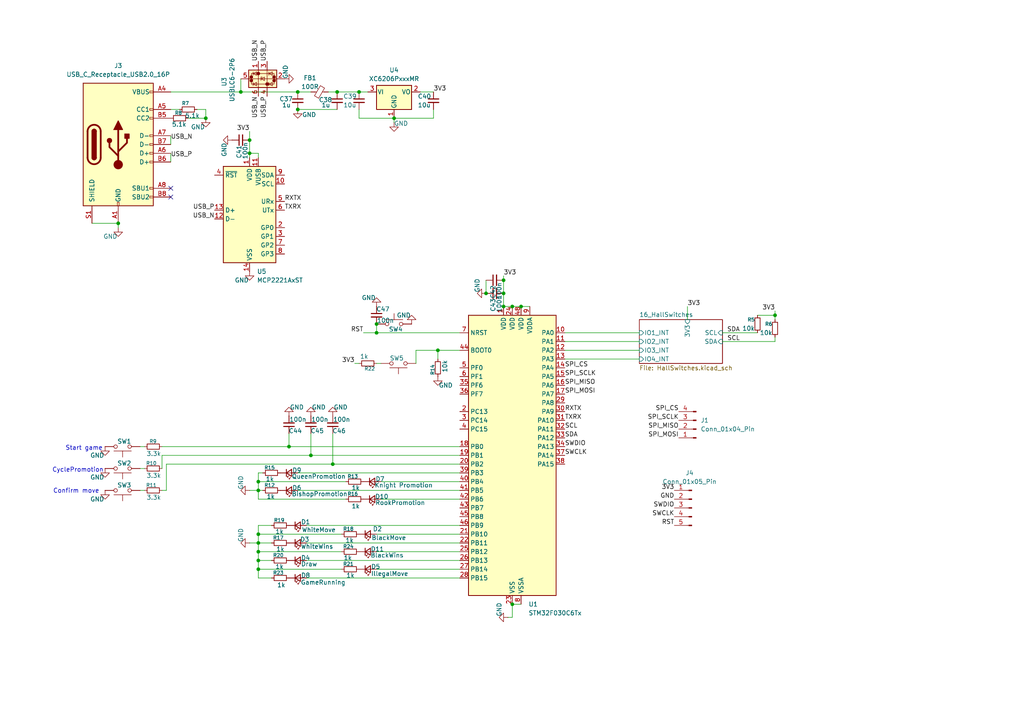
<source format=kicad_sch>
(kicad_sch (version 20250114) (generator "eeschema") (generator_version "9.0")
  (paper "A4")
  (lib_symbols
    (symbol "Connector:Conn_01x04_Pin" (pin_names (offset 1.016) (hide yes))
      (property "Reference" "J" (at 0 5.08 0))
      (property "Value" "Conn_01x04_Pin" (at 0 -7.62 0))
      (symbol "Conn_01x04_Pin_1_1"
        (rectangle (start 0.8636 2.667) (end 0 2.413) (stroke (width 0.1524)) (fill (type outline)))
        (rectangle (start 0.8636 0.127) (end 0 -0.127) (stroke (width 0.1524)) (fill (type outline)))
        (rectangle (start 0.8636 -2.413) (end 0 -2.667) (stroke (width 0.1524)) (fill (type outline)))
        (rectangle (start 0.8636 -4.953) (end 0 -5.207) (stroke (width 0.1524)) (fill (type outline)))
        (polyline (pts (xy 1.27 2.54) (xy 0.8636 2.54)) (stroke (width 0.1524)))
        (polyline (pts (xy 1.27 0) (xy 0.8636 0)) (stroke (width 0.1524)))
        (polyline (pts (xy 1.27 -2.54) (xy 0.8636 -2.54)) (stroke (width 0.1524)))
        (polyline (pts (xy 1.27 -5.08) (xy 0.8636 -5.08)) (stroke (width 0.1524)))
        (pin passive line (at 5.08 2.54 180) (length 3.81) (name "Pin_1") (number "1"))
        (pin passive line (at 5.08 0 180) (length 3.81) (name "Pin_2") (number "2"))
        (pin passive line (at 5.08 -2.54 180) (length 3.81) (name "Pin_3") (number "3"))
        (pin passive line (at 5.08 -5.08 180) (length 3.81) (name "Pin_4") (number "4"))
      )
    )
    (symbol "Connector:Conn_01x05_Pin" (pin_names (offset 1.016) (hide yes))
      (property "Reference" "J" (at 0 7.62 0))
      (property "Value" "Conn_01x05_Pin" (at 0 -7.62 0))
      (symbol "Conn_01x05_Pin_1_1"
        (rectangle (start 0.8636 5.207) (end 0 4.953) (stroke (width 0.1524)) (fill (type outline)))
        (rectangle (start 0.8636 2.667) (end 0 2.413) (stroke (width 0.1524)) (fill (type outline)))
        (rectangle (start 0.8636 0.127) (end 0 -0.127) (stroke (width 0.1524)) (fill (type outline)))
        (rectangle (start 0.8636 -2.413) (end 0 -2.667) (stroke (width 0.1524)) (fill (type outline)))
        (rectangle (start 0.8636 -4.953) (end 0 -5.207) (stroke (width 0.1524)) (fill (type outline)))
        (polyline (pts (xy 1.27 5.08) (xy 0.8636 5.08)) (stroke (width 0.1524)))
        (polyline (pts (xy 1.27 2.54) (xy 0.8636 2.54)) (stroke (width 0.1524)))
        (polyline (pts (xy 1.27 0) (xy 0.8636 0)) (stroke (width 0.1524)))
        (polyline (pts (xy 1.27 -2.54) (xy 0.8636 -2.54)) (stroke (width 0.1524)))
        (polyline (pts (xy 1.27 -5.08) (xy 0.8636 -5.08)) (stroke (width 0.1524)))
        (pin passive line (at 5.08 5.08 180) (length 3.81) (name "Pin_1") (number "1"))
        (pin passive line (at 5.08 2.54 180) (length 3.81) (name "Pin_2") (number "2"))
        (pin passive line (at 5.08 0 180) (length 3.81) (name "Pin_3") (number "3"))
        (pin passive line (at 5.08 -2.54 180) (length 3.81) (name "Pin_4") (number "4"))
        (pin passive line (at 5.08 -5.08 180) (length 3.81) (name "Pin_5") (number "5"))
      )
    )
    (symbol "Connector:USB_C_Receptacle_USB2.0_16P" (pin_names (offset 1.016))
      (property "Reference" "J" (at 0 22.225 0))
      (property "Value" "USB_C_Receptacle_USB2.0_16P" (at 0 19.685 0))
      (symbol "USB_C_Receptacle_USB2.0_16P_0_0"
        (rectangle (start -0.254 -17.78) (end 0.254 -16.764))
        (rectangle (start 10.16 15.494) (end 9.144 14.986))
        (rectangle (start 10.16 10.414) (end 9.144 9.906))
        (rectangle (start 10.16 7.874) (end 9.144 7.366))
        (rectangle (start 10.16 2.794) (end 9.144 2.286))
        (rectangle (start 10.16 0.254) (end 9.144 -0.254))
        (rectangle (start 10.16 -2.286) (end 9.144 -2.794))
        (rectangle (start 10.16 -4.826) (end 9.144 -5.334))
        (rectangle (start 10.16 -12.446) (end 9.144 -12.954))
        (rectangle (start 10.16 -14.986) (end 9.144 -15.494))
      )
      (symbol "USB_C_Receptacle_USB2.0_16P_0_1"
        (rectangle (start -10.16 17.78) (end 10.16 -17.78) (stroke (width 0.254)) (fill (type background)))
        (polyline (pts (xy -8.89 -3.81) (xy -8.89 3.81)) (stroke (width 0.508)))
        (rectangle (start -7.62 -3.81) (end -6.35 3.81) (stroke (width 0.254)) (fill (type outline)))
        (arc (start -7.62 3.81) (mid -6.985 4.4423) (end -6.35 3.81) (stroke (width 0.254)))
        (arc (start -7.62 3.81) (mid -6.985 4.4423) (end -6.35 3.81) (stroke (width 0.254)) (fill (type outline)))
        (arc (start -8.89 3.81) (mid -6.985 5.7067) (end -5.08 3.81) (stroke (width 0.508)))
        (arc (start -5.08 -3.81) (mid -6.985 -5.7067) (end -8.89 -3.81) (stroke (width 0.508)))
        (arc (start -6.35 -3.81) (mid -6.985 -4.4423) (end -7.62 -3.81) (stroke (width 0.254)))
        (arc (start -6.35 -3.81) (mid -6.985 -4.4423) (end -7.62 -3.81) (stroke (width 0.254)) (fill (type outline)))
        (polyline (pts (xy -5.08 3.81) (xy -5.08 -3.81)) (stroke (width 0.508)))
        (circle (center -2.54 1.143) (radius 0.635) (stroke (width 0.254)) (fill (type outline)))
        (polyline (pts (xy -1.27 4.318) (xy 0 6.858) (xy 1.27 4.318) (xy -1.27 4.318)) (stroke (width 0.254)) (fill (type outline)))
        (polyline (pts (xy 0 -2.032) (xy 2.54 0.508) (xy 2.54 1.778)) (stroke (width 0.508)))
        (polyline (pts (xy 0 -3.302) (xy -2.54 -0.762) (xy -2.54 0.508)) (stroke (width 0.508)))
        (polyline (pts (xy 0 -5.842) (xy 0 4.318)) (stroke (width 0.508)))
        (circle (center 0 -5.842) (radius 1.27) (fill (type outline)))
        (rectangle (start 1.905 1.778) (end 3.175 3.048) (stroke (width 0.254)) (fill (type outline)))
      )
      (symbol "USB_C_Receptacle_USB2.0_16P_1_1"
        (pin passive line (at -7.62 -22.86 90) (length 5.08) (name "SHIELD") (number "S1"))
        (pin passive line (at 0 -22.86 90) (length 5.08) (name "GND") (number "A1"))
        (pin passive line (at 0 -22.86 90) (length 5.08) (hide yes) (name "GND") (number "A12"))
        (pin passive line (at 0 -22.86 90) (length 5.08) (hide yes) (name "GND") (number "B1"))
        (pin passive line (at 0 -22.86 90) (length 5.08) (hide yes) (name "GND") (number "B12"))
        (pin passive line (at 15.24 15.24 180) (length 5.08) (name "VBUS") (number "A4"))
        (pin passive line (at 15.24 15.24 180) (length 5.08) (hide yes) (name "VBUS") (number "A9"))
        (pin passive line (at 15.24 15.24 180) (length 5.08) (hide yes) (name "VBUS") (number "B4"))
        (pin passive line (at 15.24 15.24 180) (length 5.08) (hide yes) (name "VBUS") (number "B9"))
        (pin bidirectional line (at 15.24 10.16 180) (length 5.08) (name "CC1") (number "A5"))
        (pin bidirectional line (at 15.24 7.62 180) (length 5.08) (name "CC2") (number "B5"))
        (pin bidirectional line (at 15.24 2.54 180) (length 5.08) (name "D-") (number "A7"))
        (pin bidirectional line (at 15.24 0 180) (length 5.08) (name "D-") (number "B7"))
        (pin bidirectional line (at 15.24 -2.54 180) (length 5.08) (name "D+") (number "A6"))
        (pin bidirectional line (at 15.24 -5.08 180) (length 5.08) (name "D+") (number "B6"))
        (pin bidirectional line (at 15.24 -12.7 180) (length 5.08) (name "SBU1") (number "A8"))
        (pin bidirectional line (at 15.24 -15.24 180) (length 5.08) (name "SBU2") (number "B8"))
      )
    )
    (symbol "Device:C_Small" (pin_numbers (hide yes)) (pin_names (offset 0.254) (hide yes))
      (property "Reference" "C" (at 0.254 1.778 0))
      (property "Value" "C_Small" (at 0.254 -2.032 0))
      (symbol "C_Small_0_1"
        (polyline (pts (xy -1.524 0.508) (xy 1.524 0.508)) (stroke (width 0.3048)))
        (polyline (pts (xy -1.524 -0.508) (xy 1.524 -0.508)) (stroke (width 0.3302)))
      )
      (symbol "C_Small_1_1"
        (pin passive line (at 0 2.54 270) (length 2.032) (name "~") (number "1"))
        (pin passive line (at 0 -2.54 90) (length 2.032) (name "~") (number "2"))
      )
    )
    (symbol "Device:FerriteBead_Small" (pin_numbers (hide yes)) (pin_names (offset 0))
      (property "Reference" "FB" (at 1.905 1.27 0))
      (property "Value" "FerriteBead_Small" (at 1.905 -1.27 0))
      (symbol "FerriteBead_Small_0_1"
        (polyline (pts (xy -1.8288 0.2794) (xy -1.1176 1.4986) (xy 1.8288 -0.2032) (xy 1.1176 -1.4224) (xy -1.8288 0.2794)))
        (polyline (pts (xy 0 0.889) (xy 0 1.2954)))
        (polyline (pts (xy 0 -1.27) (xy 0 -0.7874)))
      )
      (symbol "FerriteBead_Small_1_1"
        (pin passive line (at 0 2.54 270) (length 1.27) (name "~") (number "1"))
        (pin passive line (at 0 -2.54 90) (length 1.27) (name "~") (number "2"))
      )
    )
    (symbol "Device:LED_Small" (pin_numbers (hide yes)) (pin_names (offset 0.254) (hide yes))
      (property "Reference" "D" (at -1.27 3.175 0))
      (property "Value" "LED_Small" (at -4.445 -2.54 0))
      (symbol "LED_Small_0_1"
        (polyline (pts (xy -0.762 -1.016) (xy -0.762 1.016)) (stroke (width 0.254)))
        (polyline (pts (xy 0 0.762) (xy -0.508 1.27) (xy -0.254 1.27) (xy -0.508 1.27) (xy -0.508 1.016)))
        (polyline (pts (xy 0.508 1.27) (xy 0 1.778) (xy 0.254 1.778) (xy 0 1.778) (xy 0 1.524)))
        (polyline (pts (xy 0.762 -1.016) (xy -0.762 0) (xy 0.762 1.016) (xy 0.762 -1.016)) (stroke (width 0.254)))
        (polyline (pts (xy 1.016 0) (xy -0.762 0)))
      )
      (symbol "LED_Small_1_1"
        (pin passive line (at -2.54 0 0) (length 1.778) (name "K") (number "1"))
        (pin passive line (at 2.54 0 180) (length 1.778) (name "A") (number "2"))
      )
    )
    (symbol "Device:R_Small" (pin_numbers (hide yes)) (pin_names (offset 0.254) (hide yes))
      (property "Reference" "R" (at 0 0 90))
      (property "Value" "R_Small" (at 1.778 0 90))
      (symbol "R_Small_0_1"
        (rectangle (start -0.762 1.778) (end 0.762 -1.778) (stroke (width 0.2032)))
      )
      (symbol "R_Small_1_1"
        (pin passive line (at 0 2.54 270) (length 0.762) (name "~") (number "1"))
        (pin passive line (at 0 -2.54 90) (length 0.762) (name "~") (number "2"))
      )
    )
    (symbol "Interface_USB:MCP2221AxST"
      (property "Reference" "U" (at -7.62 16.51 0))
      (property "Value" "MCP2221AxST" (at 12.7 16.51 0))
      (symbol "MCP2221AxST_0_1"
        (rectangle (start -7.62 15.24) (end 7.62 -12.7) (stroke (width 0.254)) (fill (type background)))
      )
      (symbol "MCP2221AxST_1_1"
        (pin input line (at -10.16 12.7 0) (length 2.54) (name "~{RST}") (number "4"))
        (pin bidirectional line (at -10.16 2.54 0) (length 2.54) (name "D+") (number "13"))
        (pin bidirectional line (at -10.16 0 0) (length 2.54) (name "D-") (number "12"))
        (pin power_in line (at 0 17.78 270) (length 2.54) (name "VDD") (number "1"))
        (pin power_in line (at 0 -15.24 90) (length 2.54) (name "VSS") (number "14"))
        (pin passive line (at 2.54 17.78 270) (length 2.54) (name "VUSB") (number "11"))
        (pin bidirectional line (at 10.16 12.7 180) (length 2.54) (name "SDA") (number "9"))
        (pin bidirectional line (at 10.16 10.16 180) (length 2.54) (name "SCL") (number "10"))
        (pin input line (at 10.16 5.08 180) (length 2.54) (name "URx") (number "5"))
        (pin output line (at 10.16 2.54 180) (length 2.54) (name "UTx") (number "6"))
        (pin bidirectional line (at 10.16 -2.54 180) (length 2.54) (name "GP0") (number "2"))
        (pin bidirectional line (at 10.16 -5.08 180) (length 2.54) (name "GP1") (number "3"))
        (pin bidirectional line (at 10.16 -7.62 180) (length 2.54) (name "GP2") (number "7"))
        (pin bidirectional line (at 10.16 -10.16 180) (length 2.54) (name "GP3") (number "8"))
      )
    )
    (symbol "MCU_ST_STM32F0:STM32F030C6Tx"
      (property "Reference" "U" (at -12.7 41.91 0))
      (property "Value" "STM32F030C6Tx" (at 7.62 41.91 0))
      (symbol "STM32F030C6Tx_0_1"
        (rectangle (start -12.7 -40.64) (end 12.7 40.64) (stroke (width 0.254)) (fill (type background)))
      )
      (symbol "STM32F030C6Tx_1_1"
        (pin input line (at -15.24 35.56 0) (length 2.54) (name "NRST") (number "7"))
        (pin input line (at -15.24 30.48 0) (length 2.54) (name "BOOT0") (number "44"))
        (pin bidirectional line (at -15.24 25.4 0) (length 2.54) (name "PF0") (number "5"))
        (pin bidirectional line (at -15.24 22.86 0) (length 2.54) (name "PF1") (number "6"))
        (pin bidirectional line (at -15.24 20.32 0) (length 2.54) (name "PF6") (number "35"))
        (pin bidirectional line (at -15.24 17.78 0) (length 2.54) (name "PF7") (number "36"))
        (pin bidirectional line (at -15.24 12.7 0) (length 2.54) (name "PC13") (number "2"))
        (pin bidirectional line (at -15.24 10.16 0) (length 2.54) (name "PC14") (number "3"))
        (pin bidirectional line (at -15.24 7.62 0) (length 2.54) (name "PC15") (number "4"))
        (pin bidirectional line (at -15.24 2.54 0) (length 2.54) (name "PB0") (number "18"))
        (pin bidirectional line (at -15.24 0 0) (length 2.54) (name "PB1") (number "19"))
        (pin bidirectional line (at -15.24 -2.54 0) (length 2.54) (name "PB2") (number "20"))
        (pin bidirectional line (at -15.24 -5.08 0) (length 2.54) (name "PB3") (number "39"))
        (pin bidirectional line (at -15.24 -7.62 0) (length 2.54) (name "PB4") (number "40"))
        (pin bidirectional line (at -15.24 -10.16 0) (length 2.54) (name "PB5") (number "41"))
        (pin bidirectional line (at -15.24 -12.7 0) (length 2.54) (name "PB6") (number "42"))
        (pin bidirectional line (at -15.24 -15.24 0) (length 2.54) (name "PB7") (number "43"))
        (pin bidirectional line (at -15.24 -17.78 0) (length 2.54) (name "PB8") (number "45"))
        (pin bidirectional line (at -15.24 -20.32 0) (length 2.54) (name "PB9") (number "46"))
        (pin bidirectional line (at -15.24 -22.86 0) (length 2.54) (name "PB10") (number "21"))
        (pin bidirectional line (at -15.24 -25.4 0) (length 2.54) (name "PB11") (number "22"))
        (pin bidirectional line (at -15.24 -27.94 0) (length 2.54) (name "PB12") (number "25"))
        (pin bidirectional line (at -15.24 -30.48 0) (length 2.54) (name "PB13") (number "26"))
        (pin bidirectional line (at -15.24 -33.02 0) (length 2.54) (name "PB14") (number "27"))
        (pin bidirectional line (at -15.24 -35.56 0) (length 2.54) (name "PB15") (number "28"))
        (pin power_in line (at -2.54 43.18 270) (length 2.54) (name "VDD") (number "1"))
        (pin power_in line (at 0 43.18 270) (length 2.54) (name "VDD") (number "24"))
        (pin power_in line (at 0 -43.18 90) (length 2.54) (name "VSS") (number "23"))
        (pin passive line (at 0 -43.18 90) (length 2.54) (hide yes) (name "VSS") (number "47"))
        (pin power_in line (at 2.54 43.18 270) (length 2.54) (name "VDD") (number "48"))
        (pin power_in line (at 2.54 -43.18 90) (length 2.54) (name "VSSA") (number "8"))
        (pin power_in line (at 5.08 43.18 270) (length 2.54) (name "VDDA") (number "9"))
        (pin bidirectional line (at 15.24 35.56 180) (length 2.54) (name "PA0") (number "10"))
        (pin bidirectional line (at 15.24 33.02 180) (length 2.54) (name "PA1") (number "11"))
        (pin bidirectional line (at 15.24 30.48 180) (length 2.54) (name "PA2") (number "12"))
        (pin bidirectional line (at 15.24 27.94 180) (length 2.54) (name "PA3") (number "13"))
        (pin bidirectional line (at 15.24 25.4 180) (length 2.54) (name "PA4") (number "14"))
        (pin bidirectional line (at 15.24 22.86 180) (length 2.54) (name "PA5") (number "15"))
        (pin bidirectional line (at 15.24 20.32 180) (length 2.54) (name "PA6") (number "16"))
        (pin bidirectional line (at 15.24 17.78 180) (length 2.54) (name "PA7") (number "17"))
        (pin bidirectional line (at 15.24 15.24 180) (length 2.54) (name "PA8") (number "29"))
        (pin bidirectional line (at 15.24 12.7 180) (length 2.54) (name "PA9") (number "30"))
        (pin bidirectional line (at 15.24 10.16 180) (length 2.54) (name "PA10") (number "31"))
        (pin bidirectional line (at 15.24 7.62 180) (length 2.54) (name "PA11") (number "32"))
        (pin bidirectional line (at 15.24 5.08 180) (length 2.54) (name "PA12") (number "33"))
        (pin bidirectional line (at 15.24 2.54 180) (length 2.54) (name "PA13") (number "34"))
        (pin bidirectional line (at 15.24 0 180) (length 2.54) (name "PA14") (number "37"))
        (pin bidirectional line (at 15.24 -2.54 180) (length 2.54) (name "PA15") (number "38"))
      )
    )
    (symbol "Power_Protection:USBLC6-2P6" (pin_names (hide yes))
      (property "Reference" "U" (at 0.635 5.715 0))
      (property "Value" "USBLC6-2P6" (at 0.635 3.81 0))
      (symbol "USBLC6-2P6_0_0"
        (circle (center -1.524 0) (radius 0.0001) (stroke (width 0.508)))
        (circle (center -0.508 2.032) (radius 0.0001) (stroke (width 0.508)))
        (circle (center -0.508 -4.572) (radius 0.0001) (stroke (width 0.508)))
        (circle (center 0.508 2.032) (radius 0.0001) (stroke (width 0.508)))
        (circle (center 0.508 -4.572) (radius 0.0001) (stroke (width 0.508)))
        (circle (center 1.524 -2.54) (radius 0.0001) (stroke (width 0.508)))
      )
      (symbol "USBLC6-2P6_0_1"
        (polyline (pts (xy -2.54 0) (xy 2.54 0)))
        (polyline (pts (xy -2.54 -2.54) (xy 2.54 -2.54)))
        (polyline (pts (xy -2.032 0.508) (xy -1.016 0.508) (xy -1.524 1.524) (xy -2.032 0.508)))
        (polyline (pts (xy -2.032 -3.048) (xy -1.016 -3.048)))
        (polyline (pts (xy -1.016 1.524) (xy -2.032 1.524)))
        (polyline (pts (xy -1.016 -4.064) (xy -2.032 -4.064) (xy -1.524 -3.048) (xy -1.016 -4.064)))
        (polyline (pts (xy -0.508 -1.143) (xy -0.508 -0.762) (xy 0.508 -0.762)))
        (polyline (pts (xy 0 2.54) (xy -0.508 2.032) (xy 0.508 2.032) (xy 0 1.524) (xy 0 -4.064) (xy -0.508 -4.572) (xy 0.508 -4.572) (xy 0 -5.08)))
        (polyline (pts (xy 0.508 -1.778) (xy -0.508 -1.778) (xy 0 -0.762) (xy 0.508 -1.778)))
        (polyline (pts (xy 1.016 1.524) (xy 2.032 1.524)))
        (polyline (pts (xy 1.016 -3.048) (xy 2.032 -3.048)))
        (polyline (pts (xy 2.032 0.508) (xy 1.016 0.508) (xy 1.524 1.524) (xy 2.032 0.508)))
        (polyline (pts (xy 2.032 -4.064) (xy 1.016 -4.064) (xy 1.524 -3.048) (xy 2.032 -4.064)))
      )
      (symbol "USBLC6-2P6_1_1"
        (rectangle (start -2.54 2.794) (end 2.54 -5.334) (stroke (width 0.254)) (fill (type background)))
        (polyline (pts (xy -0.508 2.032) (xy -1.524 2.032) (xy -1.524 -4.572) (xy -0.508 -4.572)))
        (polyline (pts (xy 0.508 -4.572) (xy 1.524 -4.572) (xy 1.524 2.032) (xy 0.508 2.032)))
        (pin passive line (at -5.08 0 0) (length 2.54) (name "I/O1") (number "1"))
        (pin passive line (at -5.08 -2.54 0) (length 2.54) (name "I/O2") (number "3"))
        (pin passive line (at 0 5.08 270) (length 2.54) (name "VBUS") (number "5"))
        (pin passive line (at 0 -7.62 90) (length 2.54) (name "GND") (number "2"))
        (pin passive line (at 5.08 0 180) (length 2.54) (name "I/O1") (number "6"))
        (pin passive line (at 5.08 -2.54 180) (length 2.54) (name "I/O2") (number "4"))
      )
    )
    (symbol "Regulator_Linear:XC6206PxxxMR" (pin_names (offset 0.254))
      (property "Reference" "U" (at -3.81 3.175 0))
      (property "Value" "XC6206PxxxMR" (at 0 3.175 0))
      (symbol "XC6206PxxxMR_0_1"
        (rectangle (start -5.08 1.905) (end 5.08 -5.08) (stroke (width 0.254)) (fill (type background)))
      )
      (symbol "XC6206PxxxMR_1_1"
        (pin power_in line (at -7.62 0 0) (length 2.54) (name "VI") (number "3"))
        (pin power_in line (at 0 -7.62 90) (length 2.54) (name "GND") (number "1"))
        (pin power_out line (at 7.62 0 180) (length 2.54) (name "VO") (number "2"))
      )
    )
    (symbol "Switch:SW_Push" (pin_numbers (hide yes)) (pin_names (offset 1.016) (hide yes))
      (property "Reference" "SW" (at 1.27 2.54 0))
      (property "Value" "SW_Push" (at 0 -1.524 0))
      (symbol "SW_Push_0_1"
        (circle (center -2.032 0) (radius 0.508))
        (polyline (pts (xy 0 1.27) (xy 0 3.048)))
        (circle (center 2.032 0) (radius 0.508))
        (polyline (pts (xy 2.54 1.27) (xy -2.54 1.27)))
        (pin passive line (at -5.08 0 0) (length 2.54) (name "1") (number "1"))
        (pin passive line (at 5.08 0 180) (length 2.54) (name "2") (number "2"))
      )
    )
    (symbol "power:GND" (power) (pin_numbers (hide yes)) (pin_names (offset 0) (hide yes))
      (property "Value" "GND" (at 0 -3.81 0))
      (symbol "GND_0_1"
        (polyline (pts (xy 0 0) (xy 0 -1.27) (xy 1.27 -1.27) (xy 0 -2.54) (xy -1.27 -1.27) (xy 0 -1.27)))
      )
      (symbol "GND_1_1"
        (pin power_in line (at 0 0 270) (length 0) (name "~") (number "1"))
      )
    )
  )
  (text "Confirm move" (at 22.098 142.494 0) (effects (font (size 1.27 1.27))))
  (text "Start game" (at 24.384 130.048 0) (effects (font (size 1.27 1.27))))
  (text "CyclePromotion" (at 22.606 136.398 0) (effects (font (size 1.27 1.27))))
  (junction (at 74.93 157.48))
  (junction (at 34.29 64.77))
  (junction (at 74.93 139.7))
  (junction (at 86.36 31.75))
  (junction (at 96.52 134.62))
  (junction (at 74.93 154.94))
  (junction (at 74.93 162.56))
  (junction (at 104.14 26.67))
  (junction (at 97.79 26.67))
  (junction (at 114.3 34.29))
  (junction (at 74.93 165.1))
  (junction (at 140.97 85.09))
  (junction (at 90.17 132.08))
  (junction (at 83.82 129.54))
  (junction (at 74.93 160.02))
  (junction (at 109.22 93.98))
  (junction (at 148.59 88.9))
  (junction (at 148.59 175.26))
  (junction (at 69.85 26.67))
  (junction (at 74.93 142.24))
  (junction (at 109.22 96.52))
  (junction (at 59.69 34.29))
  (junction (at 72.39 40.64))
  (junction (at 146.05 81.28))
  (junction (at 72.39 44.45))
  (junction (at 151.13 88.9))
  (junction (at 86.36 26.67))
  (junction (at 146.05 85.09))
  (junction (at 146.05 88.9))
  (junction (at 224.79 91.44))
  (junction (at 127 101.6))
  (no_connect (at 49.53 57.15))
  (no_connect (at 49.53 54.61))
  (wire (pts (xy 40.64 129.54) (xy 41.91 129.54)))
  (wire (pts (xy 96.52 134.62) (xy 133.35 134.62)))
  (wire (pts (xy 209.55 96.52) (xy 219.71 96.52)))
  (wire (pts (xy 57.15 31.75) (xy 59.69 31.75)))
  (wire (pts (xy 34.29 64.77) (xy 34.29 66.04)))
  (wire (pts (xy 133.35 152.4) (xy 88.9 152.4)))
  (wire (pts (xy 48.26 134.62) (xy 96.52 134.62)))
  (wire (pts (xy 110.49 144.78) (xy 133.35 144.78)))
  (wire (pts (xy 224.79 90.17) (xy 224.79 91.44)))
  (wire (pts (xy 224.79 97.79) (xy 224.79 99.06)))
  (wire (pts (xy 69.85 22.86) (xy 69.85 26.67)))
  (wire (pts (xy 69.85 26.67) (xy 86.36 26.67)))
  (wire (pts (xy 163.83 99.06) (xy 185.42 99.06)))
  (wire (pts (xy 163.83 104.14) (xy 185.42 104.14)))
  (wire (pts (xy 74.93 152.4) (xy 78.74 152.4)))
  (wire (pts (xy 163.83 101.6) (xy 185.42 101.6)))
  (wire (pts (xy 74.93 157.48) (xy 74.93 160.02)))
  (wire (pts (xy 224.79 91.44) (xy 224.79 92.71)))
  (wire (pts (xy 90.17 125.73) (xy 90.17 132.08)))
  (wire (pts (xy 121.92 26.67) (xy 125.73 26.67)))
  (wire (pts (xy 90.17 26.67) (xy 86.36 26.67)))
  (wire (pts (xy 46.99 132.08) (xy 90.17 132.08)))
  (wire (pts (xy 74.93 165.1) (xy 74.93 167.64)))
  (wire (pts (xy 148.59 179.07) (xy 148.59 175.26)))
  (wire (pts (xy 74.93 139.7) (xy 74.93 137.16)))
  (wire (pts (xy 83.82 125.73) (xy 83.82 129.54)))
  (wire (pts (xy 109.22 105.41) (xy 110.49 105.41)))
  (wire (pts (xy 109.22 165.1) (xy 133.35 165.1)))
  (wire (pts (xy 72.39 40.64) (xy 72.39 44.45)))
  (wire (pts (xy 224.79 91.44) (xy 219.71 91.44)))
  (wire (pts (xy 151.13 88.9) (xy 153.67 88.9)))
  (wire (pts (xy 127 101.6) (xy 127 104.14)))
  (wire (pts (xy 74.93 44.45) (xy 72.39 44.45)))
  (wire (pts (xy 74.93 144.78) (xy 100.33 144.78)))
  (wire (pts (xy 146.05 81.28) (xy 146.05 85.09)))
  (wire (pts (xy 74.93 165.1) (xy 74.93 162.56)))
  (wire (pts (xy 120.65 101.6) (xy 127 101.6)))
  (wire (pts (xy 140.97 81.28) (xy 140.97 85.09)))
  (wire (pts (xy 49.53 44.45) (xy 49.53 46.99)))
  (wire (pts (xy 72.39 38.1) (xy 72.39 40.64)))
  (wire (pts (xy 95.25 26.67) (xy 97.79 26.67)))
  (wire (pts (xy 90.17 132.08) (xy 133.35 132.08)))
  (wire (pts (xy 46.99 142.24) (xy 48.26 142.24)))
  (wire (pts (xy 148.59 88.9) (xy 151.13 88.9)))
  (wire (pts (xy 86.36 31.75) (xy 97.79 31.75)))
  (wire (pts (xy 133.35 157.48) (xy 88.9 157.48)))
  (wire (pts (xy 74.93 167.64) (xy 78.74 167.64)))
  (wire (pts (xy 74.93 160.02) (xy 74.93 162.56)))
  (wire (pts (xy 105.41 96.52) (xy 109.22 96.52)))
  (wire (pts (xy 133.35 154.94) (xy 109.22 154.94)))
  (wire (pts (xy 54.61 34.29) (xy 59.69 34.29)))
  (wire (pts (xy 88.9 167.64) (xy 133.35 167.64)))
  (wire (pts (xy 104.14 31.75) (xy 104.14 34.29)))
  (wire (pts (xy 86.36 142.24) (xy 133.35 142.24)))
  (wire (pts (xy 74.93 137.16) (xy 76.2 137.16)))
  (wire (pts (xy 148.59 175.26) (xy 151.13 175.26)))
  (wire (pts (xy 114.3 34.29) (xy 114.3 35.56)))
  (wire (pts (xy 109.22 96.52) (xy 109.22 93.98)))
  (wire (pts (xy 146.05 88.9) (xy 148.59 88.9)))
  (wire (pts (xy 114.3 34.29) (xy 125.73 34.29)))
  (wire (pts (xy 59.69 31.75) (xy 59.69 34.29)))
  (wire (pts (xy 74.93 157.48) (xy 74.93 154.94)))
  (wire (pts (xy 40.64 135.89) (xy 41.91 135.89)))
  (wire (pts (xy 88.9 162.56) (xy 133.35 162.56)))
  (wire (pts (xy 74.93 142.24) (xy 76.2 142.24)))
  (wire (pts (xy 48.26 142.24) (xy 48.26 134.62)))
  (wire (pts (xy 146.05 80.01) (xy 146.05 81.28)))
  (wire (pts (xy 74.93 165.1) (xy 99.06 165.1)))
  (wire (pts (xy 74.93 157.48) (xy 78.74 157.48)))
  (wire (pts (xy 49.53 31.75) (xy 52.07 31.75)))
  (wire (pts (xy 86.36 137.16) (xy 133.35 137.16)))
  (wire (pts (xy 74.93 162.56) (xy 78.74 162.56)))
  (wire (pts (xy 74.93 139.7) (xy 100.33 139.7)))
  (wire (pts (xy 74.93 154.94) (xy 74.93 152.4)))
  (wire (pts (xy 97.79 26.67) (xy 104.14 26.67)))
  (wire (pts (xy 74.93 142.24) (xy 74.93 139.7)))
  (wire (pts (xy 109.22 96.52) (xy 133.35 96.52)))
  (wire (pts (xy 72.39 44.45) (xy 72.39 45.72)))
  (wire (pts (xy 46.99 135.89) (xy 46.99 132.08)))
  (wire (pts (xy 127 101.6) (xy 133.35 101.6)))
  (wire (pts (xy 83.82 129.54) (xy 133.35 129.54)))
  (wire (pts (xy 49.53 26.67) (xy 69.85 26.67)))
  (wire (pts (xy 74.93 154.94) (xy 99.06 154.94)))
  (wire (pts (xy 40.64 142.24) (xy 41.91 142.24)))
  (wire (pts (xy 104.14 26.67) (xy 106.68 26.67)))
  (wire (pts (xy 120.65 101.6) (xy 120.65 105.41)))
  (wire (pts (xy 104.14 34.29) (xy 114.3 34.29)))
  (wire (pts (xy 74.93 142.24) (xy 74.93 144.78)))
  (wire (pts (xy 72.39 157.48) (xy 74.93 157.48)))
  (wire (pts (xy 209.55 99.06) (xy 224.79 99.06)))
  (wire (pts (xy 74.93 45.72) (xy 74.93 44.45)))
  (wire (pts (xy 199.39 88.9) (xy 199.39 92.71)))
  (wire (pts (xy 109.22 160.02) (xy 133.35 160.02)))
  (wire (pts (xy 96.52 125.73) (xy 96.52 134.62)))
  (wire (pts (xy 163.83 96.52) (xy 185.42 96.52)))
  (wire (pts (xy 49.53 39.37) (xy 49.53 41.91)))
  (wire (pts (xy 125.73 31.75) (xy 125.73 34.29)))
  (wire (pts (xy 74.93 160.02) (xy 99.06 160.02)))
  (wire (pts (xy 147.32 179.07) (xy 148.59 179.07)))
  (wire (pts (xy 72.39 142.24) (xy 74.93 142.24)))
  (wire (pts (xy 110.49 139.7) (xy 133.35 139.7)))
  (wire (pts (xy 46.99 129.54) (xy 83.82 129.54)))
  (wire (pts (xy 102.87 105.41) (xy 104.14 105.41)))
  (wire (pts (xy 146.05 85.09) (xy 146.05 88.9)))
  (wire (pts (xy 26.67 64.77) (xy 34.29 64.77)))
  (label "3V3" (at 199.39 88.9 0))
  (label "SCL" (at 163.83 124.46 0))
  (label "GND" (at 195.58 144.78 180))
  (label "3V3" (at 146.05 80.01 0))
  (label "3V3" (at 195.58 142.24 180))
  (label "SPI_MOSI" (at 163.83 114.3 0))
  (label "TXRX" (at 163.83 121.92 0))
  (label "3V3" (at 125.73 26.67 0))
  (label "USB_P" (at 62.23 60.96 180))
  (label "USB_P" (at 49.53 45.72 0))
  (label "USB_N" (at 74.93 27.94 270))
  (label "USB_N" (at 74.93 17.78 90))
  (label "SWDIO" (at 163.83 129.54 0))
  (label "SPI_SCLK" (at 196.85 121.92 180))
  (label "SCL" (at 214.63 99.06 180))
  (label "TXRX" (at 82.55 60.96 0))
  (label "3V3" (at 72.39 38.1 180))
  (label "RXTX" (at 163.83 119.38 0))
  (label "RST" (at 195.58 152.4 180))
  (label "USB_N" (at 49.53 40.64 0))
  (label "SWDIO" (at 195.58 147.32 180))
  (label "SPI_MOSI" (at 196.85 127 180))
  (label "3V3" (at 102.87 105.41 180))
  (label "SPI_MISO" (at 196.85 124.46 180))
  (label "3V3" (at 224.79 90.17 180))
  (label "RXTX" (at 82.55 58.42 0))
  (label "USB_N" (at 62.23 63.5 180))
  (label "SWCLK" (at 163.83 132.08 0))
  (label "SDA" (at 163.83 127 0))
  (label "SWCLK" (at 195.58 149.86 180))
  (label "USB_P" (at 77.47 27.94 270))
  (label "SPI_SCLK" (at 163.83 109.22 0))
  (label "SDA" (at 214.63 96.52 180))
  (label "SPI_MISO" (at 163.83 111.76 0))
  (label "RST" (at 105.41 96.52 180))
  (label "SPI_CS" (at 196.85 119.38 180))
  (label "SPI_CS" (at 163.83 106.68 0))
  (label "USB_P" (at 77.47 17.78 90))
  (symbol (lib_id "power:GND") (at 30.48 135.89 0) (unit 1)
    (property "Reference" "#PWR041" (effects (hide yes)))
    (property "Value" "GND" (at 28.194 138.43 0))
    (property "Description" "Power symbol creates a global label with name \"GND\" , ground" (effects (hide yes)))
  )
  (symbol (lib_id "power:GND") (at 119.38 93.98 0) (mirror x) (unit 1)
    (property "Reference" "#PWR044" (effects (hide yes)))
    (property "Value" "GND" (at 117.094 91.44 0))
    (property "Description" "Power symbol creates a global label with name \"GND\" , ground" (effects (hide yes)))
  )
  (symbol (lib_id "Connector:Conn_01x05_Pin") (at 200.66 147.32 0) (mirror y) (unit 1)
    (property "Reference" "J4" (at 200.025 137.16 0))
    (property "Value" "Conn_01x05_Pin" (at 200.025 139.7 0))
    (property "Footprint" "Connector_PinHeader_2.54mm:PinHeader_1x05_P2.54mm_Vertical" (effects (hide yes)))
    (property "Description" "Generic connector, single row, 01x05, script generated" (effects (hide yes)))
  )
  (symbol (lib_id "Device:LED_Small") (at 86.36 167.64 0) (mirror x) (unit 1)
    (property "Reference" "D8" (at 88.646 166.878 0))
    (property "Value" "GameRunning" (at 93.726 168.91 0))
    (property "Footprint" "LED_SMD:LED_0603_1608Metric" (effects (hide yes)))
    (property "Description" "Light emitting diode, small symbol" (effects (hide yes)))
    (property "Sim.Pin" "1=K 2=A" (effects (hide yes)))
  )
  (symbol (lib_id "power:GND") (at 30.48 129.54 0) (unit 1)
    (property "Reference" "#PWR040" (effects (hide yes)))
    (property "Value" "GND" (at 28.194 132.08 0))
    (property "Description" "Power symbol creates a global label with name \"GND\" , ground" (effects (hide yes)))
  )
  (symbol (lib_id "power:GND") (at 67.31 40.64 270) (unit 1)
    (property "Reference" "#PWR035" (effects (hide yes)))
    (property "Value" "GND" (at 65.024 43.434 0))
    (property "Description" "Power symbol creates a global label with name \"GND\" , ground" (effects (hide yes)))
  )
  (symbol (lib_id "power:GND") (at 90.17 120.65 180) (unit 1)
    (property "Reference" "#PWR048" (effects (hide yes)))
    (property "Value" "GND" (at 92.456 118.11 0))
    (property "Description" "Power symbol creates a global label with name \"GND\" , ground" (effects (hide yes)))
  )
  (symbol (lib_id "power:GND") (at 72.39 78.74 0) (unit 1)
    (property "Reference" "#PWR036" (effects (hide yes)))
    (property "Value" "GND" (at 70.104 81.28 0))
    (property "Description" "Power symbol creates a global label with name \"GND\" , ground" (effects (hide yes)))
  )
  (symbol (lib_id "Device:C_Small") (at 104.14 29.21 0) (unit 1)
    (property "Reference" "C39" (at 99.568 27.94 0) (effects (justify left)))
    (property "Value" "10u" (at 99.568 30.48 0) (effects (justify left)))
    (property "Footprint" "Capacitor_SMD:C_1206_3216Metric" (effects (hide yes)))
    (property "Description" "Unpolarized capacitor, small symbol" (effects (hide yes)))
  )
  (symbol (lib_id "Device:R_Small") (at 54.61 31.75 90) (unit 1)
    (property "Reference" "R7" (at 54.864 29.972 90) (effects (font (size 1.016 1.016)) (justify left)))
    (property "Value" "5.1k" (at 57.912 33.528 90) (effects (justify left)))
    (property "Footprint" "Resistor_SMD:R_0603_1608Metric" (effects (hide yes)))
    (property "Description" "Resistor, small symbol" (effects (hide yes)))
  )
  (symbol (lib_id "Device:FerriteBead_Small") (at 92.71 26.67 90) (unit 1)
    (property "Reference" "FB1" (at 89.916 22.606 90))
    (property "Value" "100R" (at 89.916 25.146 90))
    (property "Footprint" "Inductor_SMD:L_1206_3216Metric" (effects (hide yes)))
    (property "Description" "Ferrite bead, small symbol" (effects (hide yes)))
  )
  (symbol (lib_id "power:GND") (at 83.82 120.65 180) (unit 1)
    (property "Reference" "#PWR039" (effects (hide yes)))
    (property "Value" "GND" (at 86.106 118.11 0))
    (property "Description" "Power symbol creates a global label with name \"GND\" , ground" (effects (hide yes)))
  )
  (symbol (lib_id "Device:C_Small") (at 86.36 29.21 0) (unit 1)
    (property "Reference" "C37" (at 81.026 28.702 0) (effects (justify left)))
    (property "Value" "1u" (at 81.788 30.48 0) (effects (justify left)))
    (property "Footprint" "Capacitor_SMD:C_0805_2012Metric" (effects (hide yes)))
    (property "Description" "Unpolarized capacitor, small symbol" (effects (hide yes)))
  )
  (symbol (lib_id "Device:R_Small") (at 44.45 129.54 90) (unit 1)
    (property "Reference" "R9" (at 45.466 128.016 90) (effects (font (size 1.016 1.016)) (justify left)))
    (property "Value" "3.3k" (at 46.736 131.572 90) (effects (justify left)))
    (property "Footprint" "Resistor_SMD:R_0603_1608Metric" (effects (hide yes)))
    (property "Description" "Resistor, small symbol" (effects (hide yes)))
  )
  (symbol (lib_id "Switch:SW_Push") (at 35.56 135.89 0) (mirror x) (unit 1)
    (property "Reference" "SW2" (at 38.1 134.366 0) (effects (justify right)))
    (property "Value" "SW_Push" (effects (hide yes)))
    (property "Footprint" "Button_Switch_SMD:SW_SPST_TL3342" (effects (hide yes)))
    (property "Description" "Push button switch, generic, two pins" (effects (hide yes)))
  )
  (symbol (lib_id "Device:LED_Small") (at 86.36 157.48 0) (mirror x) (unit 1)
    (property "Reference" "D3" (at 88.392 156.464 0))
    (property "Value" "WhiteWins" (at 91.948 158.496 0))
    (property "Footprint" "LED_SMD:LED_0603_1608Metric" (effects (hide yes)))
    (property "Description" "Light emitting diode, small symbol" (effects (hide yes)))
    (property "Sim.Pin" "1=K 2=A" (effects (hide yes)))
  )
  (symbol (lib_id "power:GND") (at 59.69 34.29 0) (unit 1)
    (property "Reference" "#PWR01" (effects (hide yes)))
    (property "Value" "GND" (at 57.404 36.83 0))
    (property "Description" "Power symbol creates a global label with name \"GND\" , ground" (effects (hide yes)))
  )
  (symbol (lib_id "Connector:Conn_01x04_Pin") (at 201.93 124.46 180) (unit 1)
    (property "Reference" "J1" (at 203.2 121.9199 0) (effects (justify right)))
    (property "Value" "Conn_01x04_Pin" (at 203.2 124.4599 0) (effects (justify right)))
    (property "Footprint" "Connector_PinHeader_2.54mm:PinHeader_1x04_P2.54mm_Vertical" (effects (hide yes)))
    (property "Description" "Generic connector, single row, 01x04, script generated" (effects (hide yes)))
  )
  (symbol (lib_id "Device:R_Small") (at 219.71 93.98 0) (mirror y) (unit 1)
    (property "Reference" "R5" (at 218.948 92.71 0) (effects (font (size 1.016 1.016)) (justify left)))
    (property "Value" "10k" (at 218.948 95.25 0) (effects (justify left)))
    (property "Footprint" "Resistor_SMD:R_0603_1608Metric" (effects (hide yes)))
    (property "Description" "Resistor, small symbol" (effects (hide yes)))
  )
  (symbol (lib_id "Device:R_Small") (at 102.87 144.78 90) (unit 1)
    (property "Reference" "R16" (at 103.886 143.256 90) (effects (font (size 1.016 1.016)) (justify left)))
    (property "Value" "1k" (at 104.394 146.812 90) (effects (justify left)))
    (property "Footprint" "Resistor_SMD:R_0603_1608Metric" (effects (hide yes)))
    (property "Description" "Resistor, small symbol" (effects (hide yes)))
  )
  (symbol (lib_id "power:GND") (at 140.97 85.09 270) (unit 1)
    (property "Reference" "#PWR037" (effects (hide yes)))
    (property "Value" "GND" (at 138.43 82.804 0))
    (property "Description" "Power symbol creates a global label with name \"GND\" , ground" (effects (hide yes)))
  )
  (symbol (lib_id "Device:LED_Small") (at 107.95 144.78 0) (mirror x) (unit 1)
    (property "Reference" "D10" (at 110.744 144.018 0))
    (property "Value" "RookPromotion" (at 116.078 145.796 0))
    (property "Footprint" "LED_SMD:LED_0603_1608Metric" (effects (hide yes)))
    (property "Description" "Light emitting diode, small symbol" (effects (hide yes)))
    (property "Sim.Pin" "1=K 2=A" (effects (hide yes)))
  )
  (symbol (lib_id "Switch:SW_Push") (at 114.3 93.98 0) (unit 1)
    (property "Reference" "SW4" (at 116.84 95.504 0) (effects (justify right)))
    (property "Value" "SW_Push" (effects (hide yes)))
    (property "Footprint" "Button_Switch_SMD:SW_SPST_TL3342" (effects (hide yes)))
    (property "Description" "Push button switch, generic, two pins" (effects (hide yes)))
  )
  (symbol (lib_id "Device:C_Small") (at 83.82 123.19 180) (unit 1)
    (property "Reference" "C44" (at 87.63 124.968 0) (effects (justify left)))
    (property "Value" "100n" (at 88.9 121.666 0) (effects (justify left)))
    (property "Footprint" "Capacitor_SMD:C_0603_1608Metric" (effects (hide yes)))
    (property "Description" "Unpolarized capacitor, small symbol" (effects (hide yes)))
  )
  (symbol (lib_id "Device:R_Small") (at 101.6 154.94 90) (unit 1)
    (property "Reference" "R18" (at 102.616 153.416 90) (effects (font (size 1.016 1.016)) (justify left)))
    (property "Value" "1k" (at 102.616 156.718 90) (effects (justify left)))
    (property "Footprint" "Resistor_SMD:R_0603_1608Metric" (effects (hide yes)))
    (property "Description" "Resistor, small symbol" (effects (hide yes)))
  )
  (symbol (lib_id "Device:R_Small") (at 44.45 142.24 90) (unit 1)
    (property "Reference" "R11" (at 45.466 140.716 90) (effects (font (size 1.016 1.016)) (justify left)))
    (property "Value" "3.3k" (at 46.736 144.272 90) (effects (justify left)))
    (property "Footprint" "Resistor_SMD:R_0603_1608Metric" (effects (hide yes)))
    (property "Description" "Resistor, small symbol" (effects (hide yes)))
  )
  (symbol (lib_id "Regulator_Linear:XC6206PxxxMR") (at 114.3 26.67 0) (unit 1)
    (property "Reference" "U4" (at 114.3 20.32 0))
    (property "Value" "XC6206PxxxMR" (at 114.3 22.86 0))
    (property "Footprint" "Package_TO_SOT_SMD:SOT-23-3" (effects (hide yes)))
    (property "Datasheet" "https://www.torexsemi.com/file/xc6206/XC6206.pdf" (effects (hide yes)))
    (property "Description" "Positive 60-250mA Low Dropout Regulator, Fixed Output, SOT-23" (effects (hide yes)))
  )
  (symbol (lib_id "Device:C_Small") (at 90.17 123.19 180) (unit 1)
    (property "Reference" "C45" (at 93.98 124.968 0) (effects (justify left)))
    (property "Value" "100n" (at 95.25 121.666 0) (effects (justify left)))
    (property "Footprint" "Capacitor_SMD:C_0603_1608Metric" (effects (hide yes)))
    (property "Description" "Unpolarized capacitor, small symbol" (effects (hide yes)))
  )
  (symbol (lib_id "power:GND") (at 147.32 179.07 270) (unit 1)
    (property "Reference" "#PWR038" (effects (hide yes)))
    (property "Value" "GND" (at 144.78 176.784 0))
    (property "Description" "Power symbol creates a global label with name \"GND\" , ground" (effects (hide yes)))
  )
  (symbol (lib_id "power:GND") (at 96.52 120.65 180) (unit 1)
    (property "Reference" "#PWR049" (effects (hide yes)))
    (property "Value" "GND" (at 98.806 118.11 0))
    (property "Description" "Power symbol creates a global label with name \"GND\" , ground" (effects (hide yes)))
  )
  (symbol (lib_id "Switch:SW_Push") (at 35.56 129.54 0) (mirror x) (unit 1)
    (property "Reference" "SW1" (at 38.1 128.016 0) (effects (justify right)))
    (property "Value" "SW_Push" (effects (hide yes)))
    (property "Footprint" "Button_Switch_SMD:SW_SPST_TL3342" (effects (hide yes)))
    (property "Description" "Push button switch, generic, two pins" (effects (hide yes)))
  )
  (symbol (lib_id "Device:C_Small") (at 69.85 40.64 90) (unit 1)
    (property "Reference" "C41" (at 69.342 45.974 0) (effects (justify left)))
    (property "Value" "100n" (at 71.12 46.228 0) (effects (justify left)))
    (property "Footprint" "Capacitor_SMD:C_0603_1608Metric" (effects (hide yes)))
    (property "Description" "Unpolarized capacitor, small symbol" (effects (hide yes)))
  )
  (symbol (lib_id "Device:R_Small") (at 224.79 95.25 0) (mirror y) (unit 1)
    (property "Reference" "R6" (at 224.028 93.98 0) (effects (font (size 1.016 1.016)) (justify left)))
    (property "Value" "10k" (at 224.028 96.52 0) (effects (justify left)))
    (property "Footprint" "Resistor_SMD:R_0603_1608Metric" (effects (hide yes)))
    (property "Description" "Resistor, small symbol" (effects (hide yes)))
  )
  (symbol (lib_id "power:GND") (at 86.36 31.75 0) (unit 1)
    (property "Reference" "#PWR08" (effects (hide yes)))
    (property "Value" "GND" (at 89.662 33.274 0))
    (property "Description" "Power symbol creates a global label with name \"GND\" , ground" (effects (hide yes)))
  )
  (symbol (lib_id "Device:R_Small") (at 81.28 152.4 90) (unit 1)
    (property "Reference" "R19" (at 82.55 150.876 90) (effects (font (size 1.016 1.016)) (justify left)))
    (property "Value" "1k" (at 82.296 154.178 90) (effects (justify left)))
    (property "Footprint" "Resistor_SMD:R_0603_1608Metric" (effects (hide yes)))
    (property "Description" "Resistor, small symbol" (effects (hide yes)))
  )
  (symbol (lib_id "Device:LED_Small") (at 107.95 139.7 0) (mirror x) (unit 1)
    (property "Reference" "D7" (at 110.236 138.938 0))
    (property "Value" "Knight Promotion" (at 117.094 140.716 0))
    (property "Footprint" "LED_SMD:LED_0603_1608Metric" (effects (hide yes)))
    (property "Description" "Light emitting diode, small symbol" (effects (hide yes)))
    (property "Sim.Pin" "1=K 2=A" (effects (hide yes)))
  )
  (symbol (lib_id "Device:R_Small") (at 81.28 167.64 90) (unit 1)
    (property "Reference" "R23" (at 82.296 166.116 90) (effects (font (size 1.016 1.016)) (justify left)))
    (property "Value" "1k" (at 82.804 169.672 90) (effects (justify left)))
    (property "Footprint" "Resistor_SMD:R_0603_1608Metric" (effects (hide yes)))
    (property "Description" "Resistor, small symbol" (effects (hide yes)))
  )
  (symbol (lib_id "power:GND") (at 34.29 66.04 0) (unit 1)
    (property "Reference" "#PWR025" (effects (hide yes)))
    (property "Value" "GND" (at 32.004 68.58 0))
    (property "Description" "Power symbol creates a global label with name \"GND\" , ground" (effects (hide yes)))
  )
  (symbol (lib_id "Device:LED_Small") (at 106.68 160.02 0) (mirror x) (unit 1)
    (property "Reference" "D11" (at 109.474 159.258 0))
    (property "Value" "BlackWins" (at 112.268 161.036 0))
    (property "Footprint" "LED_SMD:LED_0603_1608Metric" (effects (hide yes)))
    (property "Description" "Light emitting diode, small symbol" (effects (hide yes)))
    (property "Sim.Pin" "1=K 2=A" (effects (hide yes)))
  )
  (symbol (lib_id "Device:C_Small") (at 96.52 123.19 180) (unit 1)
    (property "Reference" "C46" (at 100.33 124.968 0) (effects (justify left)))
    (property "Value" "100n" (at 101.6 121.666 0) (effects (justify left)))
    (property "Footprint" "Capacitor_SMD:C_0603_1608Metric" (effects (hide yes)))
    (property "Description" "Unpolarized capacitor, small symbol" (effects (hide yes)))
  )
  (symbol (lib_id "Device:LED_Small") (at 106.68 154.94 0) (mirror x) (unit 1)
    (property "Reference" "D2" (at 109.474 153.416 0))
    (property "Value" "BlackMove" (at 112.776 155.956 0))
    (property "Footprint" "LED_SMD:LED_0603_1608Metric" (effects (hide yes)))
    (property "Description" "Light emitting diode, small symbol" (effects (hide yes)))
    (property "Sim.Pin" "1=K 2=A" (effects (hide yes)))
  )
  (symbol (lib_id "Device:R_Small") (at 101.6 160.02 90) (unit 1)
    (property "Reference" "R24" (at 102.616 158.496 90) (effects (font (size 1.016 1.016)) (justify left)))
    (property "Value" "1k" (at 102.108 161.798 90) (effects (justify left)))
    (property "Footprint" "Resistor_SMD:R_0603_1608Metric" (effects (hide yes)))
    (property "Description" "Resistor, small symbol" (effects (hide yes)))
  )
  (symbol (lib_id "power:GND") (at 72.39 142.24 270) (unit 1)
    (property "Reference" "#PWR043" (effects (hide yes)))
    (property "Value" "GND" (at 69.85 139.954 0))
    (property "Description" "Power symbol creates a global label with name \"GND\" , ground" (effects (hide yes)))
  )
  (symbol (lib_id "MCU_ST_STM32F0:STM32F030C6Tx") (at 148.59 132.08 0) (unit 1)
    (property "Reference" "U1" (at 153.2733 175.26 0) (effects (justify left)))
    (property "Value" "STM32F030C6Tx" (at 153.2733 177.8 0) (effects (justify left)))
    (property "Footprint" "Package_QFP:LQFP-48_7x7mm_P0.5mm" (effects (hide yes)))
    (property "Datasheet" "https://www.st.com/resource/en/datasheet/stm32f030c6.pdf" (effects (hide yes)))
    (property "Description" "STMicroelectronics Arm Cortex-M0 MCU, 32KB flash, 4KB RAM, 48 MHz, 2.4-3.6V, 39 GPIO, LQFP48" (effects (hide yes)))
  )
  (symbol (lib_id "Device:C_Small") (at 125.73 29.21 0) (unit 1)
    (property "Reference" "C40" (at 121.158 27.94 0) (effects (justify left)))
    (property "Value" "10u" (at 121.158 30.48 0) (effects (justify left)))
    (property "Footprint" "Capacitor_SMD:C_1206_3216Metric" (effects (hide yes)))
    (property "Description" "Unpolarized capacitor, small symbol" (effects (hide yes)))
  )
  (symbol (lib_id "Device:R_Small") (at 102.87 139.7 90) (unit 1)
    (property "Reference" "R13" (at 103.886 138.176 90) (effects (font (size 1.016 1.016)) (justify left)))
    (property "Value" "1k" (at 104.394 141.478 90) (effects (justify left)))
    (property "Footprint" "Resistor_SMD:R_0603_1608Metric" (effects (hide yes)))
    (property "Description" "Resistor, small symbol" (effects (hide yes)))
  )
  (symbol (lib_id "Device:R_Small") (at 52.07 34.29 90) (unit 1)
    (property "Reference" "R8" (at 52.832 32.766 90) (effects (font (size 1.016 1.016)) (justify left)))
    (property "Value" "5.1k" (at 54.102 36.068 90) (effects (justify left)))
    (property "Footprint" "Resistor_SMD:R_0603_1608Metric" (effects (hide yes)))
    (property "Description" "Resistor, small symbol" (effects (hide yes)))
  )
  (symbol (lib_id "Device:R_Small") (at 78.74 142.24 90) (unit 1)
    (property "Reference" "R12" (at 79.756 140.716 90) (effects (font (size 1.016 1.016)) (justify left)))
    (property "Value" "1k" (at 79.756 144.018 90) (effects (justify left)))
    (property "Footprint" "Resistor_SMD:R_0603_1608Metric" (effects (hide yes)))
    (property "Description" "Resistor, small symbol" (effects (hide yes)))
  )
  (symbol (lib_id "Device:LED_Small") (at 83.82 142.24 0) (mirror x) (unit 1)
    (property "Reference" "D6" (at 86.106 141.478 0))
    (property "Value" "BishopPromotion" (at 92.71 143.256 0))
    (property "Footprint" "LED_SMD:LED_0603_1608Metric" (effects (hide yes)))
    (property "Description" "Light emitting diode, small symbol" (effects (hide yes)))
    (property "Sim.Pin" "1=K 2=A" (effects (hide yes)))
  )
  (symbol (lib_id "Device:R_Small") (at 44.45 135.89 90) (unit 1)
    (property "Reference" "R10" (at 45.466 134.366 90) (effects (font (size 1.016 1.016)) (justify left)))
    (property "Value" "3.3k" (at 46.736 137.922 90) (effects (justify left)))
    (property "Footprint" "Resistor_SMD:R_0603_1608Metric" (effects (hide yes)))
    (property "Description" "Resistor, small symbol" (effects (hide yes)))
  )
  (symbol (lib_id "Device:R_Small") (at 78.74 137.16 90) (unit 1)
    (property "Reference" "R15" (at 79.756 135.636 90) (effects (font (size 1.016 1.016)) (justify left)))
    (property "Value" "1k" (at 79.502 138.938 90) (effects (justify left)))
    (property "Footprint" "Resistor_SMD:R_0603_1608Metric" (effects (hide yes)))
    (property "Description" "Resistor, small symbol" (effects (hide yes)))
  )
  (symbol (lib_id "Device:LED_Small") (at 106.68 165.1 0) (mirror x) (unit 1)
    (property "Reference" "D5" (at 108.966 164.338 0))
    (property "Value" "IllegalMove" (at 113.03 166.37 0))
    (property "Footprint" "LED_SMD:LED_0603_1608Metric" (effects (hide yes)))
    (property "Description" "Light emitting diode, small symbol" (effects (hide yes)))
    (property "Sim.Pin" "1=K 2=A" (effects (hide yes)))
  )
  (symbol (lib_id "Device:R_Small") (at 127 106.68 180) (unit 1)
    (property "Reference" "R14" (at 125.476 105.664 90) (effects (font (size 1.016 1.016)) (justify left)))
    (property "Value" "10k" (at 129.032 104.394 90) (effects (justify left)))
    (property "Footprint" "Resistor_SMD:R_0603_1608Metric" (effects (hide yes)))
    (property "Description" "Resistor, small symbol" (effects (hide yes)))
  )
  (symbol (lib_id "Device:R_Small") (at 106.68 105.41 270) (unit 1)
    (property "Reference" "R22" (at 105.664 106.934 90) (effects (font (size 1.016 1.016)) (justify left)))
    (property "Value" "1k" (at 104.394 103.378 90) (effects (justify left)))
    (property "Footprint" "Resistor_SMD:R_0603_1608Metric" (effects (hide yes)))
    (property "Description" "Resistor, small symbol" (effects (hide yes)))
  )
  (symbol (lib_id "Device:C_Small") (at 109.22 91.44 0) (mirror y) (unit 1)
    (property "Reference" "C47" (at 113.03 89.662 0) (effects (justify left)))
    (property "Value" "100n" (at 114.3 92.964 0) (effects (justify left)))
    (property "Footprint" "Capacitor_SMD:C_0603_1608Metric" (effects (hide yes)))
    (property "Description" "Unpolarized capacitor, small symbol" (effects (hide yes)))
  )
  (symbol (lib_id "Device:R_Small") (at 81.28 157.48 90) (unit 1)
    (property "Reference" "R17" (at 82.296 155.956 90) (effects (font (size 1.016 1.016)) (justify left)))
    (property "Value" "1k" (at 82.55 159.258 90) (effects (justify left)))
    (property "Footprint" "Resistor_SMD:R_0603_1608Metric" (effects (hide yes)))
    (property "Description" "Resistor, small symbol" (effects (hide yes)))
  )
  (symbol (lib_id "power:GND") (at 30.48 142.24 0) (unit 1)
    (property "Reference" "#PWR042" (effects (hide yes)))
    (property "Value" "GND" (at 28.194 144.78 0))
    (property "Description" "Power symbol creates a global label with name \"GND\" , ground" (effects (hide yes)))
  )
  (symbol (lib_id "Switch:SW_Push") (at 35.56 142.24 0) (mirror x) (unit 1)
    (property "Reference" "SW3" (at 38.1 140.716 0) (effects (justify right)))
    (property "Value" "SW_Push" (effects (hide yes)))
    (property "Footprint" "Button_Switch_SMD:SW_SPST_TL3342" (effects (hide yes)))
    (property "Description" "Push button switch, generic, two pins" (effects (hide yes)))
  )
  (symbol (lib_id "Device:R_Small") (at 81.28 162.56 90) (unit 1)
    (property "Reference" "R20" (at 82.296 161.036 90) (effects (font (size 1.016 1.016)) (justify left)))
    (property "Value" "1k" (at 82.296 164.338 90) (effects (justify left)))
    (property "Footprint" "Resistor_SMD:R_0603_1608Metric" (effects (hide yes)))
    (property "Description" "Resistor, small symbol" (effects (hide yes)))
  )
  (symbol (lib_id "power:GND") (at 72.39 157.48 270) (unit 1)
    (property "Reference" "#PWR054" (effects (hide yes)))
    (property "Value" "GND" (at 69.85 155.194 0))
    (property "Description" "Power symbol creates a global label with name \"GND\" , ground" (effects (hide yes)))
  )
  (symbol (lib_id "Interface_USB:MCP2221AxST") (at 72.39 63.5 0) (unit 1)
    (property "Reference" "U5" (at 74.5333 78.74 0) (effects (justify left)))
    (property "Value" "MCP2221AxST" (at 74.5333 81.28 0) (effects (justify left)))
    (property "Footprint" "Package_SO:TSSOP-14_4.4x5mm_P0.65mm" (effects (hide yes)))
    (property "Datasheet" "http://ww1.microchip.com/downloads/en/DeviceDoc/20005565B.pdf" (effects (hide yes)))
    (property "Description" "USB to I2C/UART Protocol Converter with GPIO, TSSOP-14" (effects (hide yes)))
  )
  (symbol (lib_id "power:GND") (at 82.55 22.86 90) (unit 1)
    (property "Reference" "#PWR016" (effects (hide yes)))
    (property "Value" "GND" (at 82.804 20.828 0))
    (property "Description" "Power symbol creates a global label with name \"GND\" , ground" (effects (hide yes)))
  )
  (symbol (lib_id "Device:C_Small") (at 143.51 81.28 90) (unit 1)
    (property "Reference" "C42" (at 143.002 86.614 0) (effects (justify left)))
    (property "Value" "100n" (at 144.78 86.868 0) (effects (justify left)))
    (property "Footprint" "Capacitor_SMD:C_0603_1608Metric" (effects (hide yes)))
    (property "Description" "Unpolarized capacitor, small symbol" (effects (hide yes)))
  )
  (symbol (lib_id "Device:LED_Small") (at 86.36 152.4 0) (mirror x) (unit 1)
    (property "Reference" "D1" (at 88.646 151.384 0))
    (property "Value" "WhiteMove" (at 92.456 153.67 0))
    (property "Footprint" "LED_SMD:LED_0603_1608Metric" (effects (hide yes)))
    (property "Description" "Light emitting diode, small symbol" (effects (hide yes)))
    (property "Sim.Pin" "1=K 2=A" (effects (hide yes)))
  )
  (symbol (lib_id "power:GND") (at 114.3 35.56 0) (unit 1)
    (property "Reference" "#PWR034" (effects (hide yes)))
    (property "Value" "GND" (at 116.332 35.814 0))
    (property "Description" "Power symbol creates a global label with name \"GND\" , ground" (effects (hide yes)))
  )
  (symbol (lib_id "Device:R_Small") (at 101.6 165.1 90) (unit 1)
    (property "Reference" "R21" (at 102.616 163.576 90) (effects (font (size 1.016 1.016)) (justify left)))
    (property "Value" "1k" (at 102.87 166.878 90) (effects (justify left)))
    (property "Footprint" "Resistor_SMD:R_0603_1608Metric" (effects (hide yes)))
    (property "Description" "Resistor, small symbol" (effects (hide yes)))
  )
  (symbol (lib_id "Device:LED_Small") (at 83.82 137.16 0) (mirror x) (unit 1)
    (property "Reference" "D9" (at 86.106 136.398 0))
    (property "Value" "QueenPromotion" (at 92.456 138.176 0))
    (property "Footprint" "LED_SMD:LED_0603_1608Metric" (effects (hide yes)))
    (property "Description" "Light emitting diode, small symbol" (effects (hide yes)))
    (property "Sim.Pin" "1=K 2=A" (effects (hide yes)))
  )
  (symbol (lib_id "Device:C_Small") (at 143.51 85.09 90) (unit 1)
    (property "Reference" "C43" (at 143.002 90.424 0) (effects (justify left)))
    (property "Value" "100n" (at 144.78 90.678 0) (effects (justify left)))
    (property "Footprint" "Capacitor_SMD:C_0603_1608Metric" (effects (hide yes)))
    (property "Description" "Unpolarized capacitor, small symbol" (effects (hide yes)))
  )
  (symbol (lib_id "power:GND") (at 127 109.22 0) (mirror y) (unit 1)
    (property "Reference" "#PWR046" (effects (hide yes)))
    (property "Value" "GND" (at 129.286 111.76 0))
    (property "Description" "Power symbol creates a global label with name \"GND\" , ground" (effects (hide yes)))
  )
  (symbol (lib_id "Connector:USB_C_Receptacle_USB2.0_16P") (at 34.29 41.91 0) (unit 1)
    (property "Reference" "J3" (at 34.29 19.05 0))
    (property "Value" "USB_C_Receptacle_USB2.0_16P" (at 34.29 21.59 0))
    (property "Footprint" "Connector_USB:USB_C_Receptacle_HRO_TYPE-C-31-M-12" (effects (hide yes)))
    (property "Datasheet" "https://www.usb.org/sites/default/files/documents/usb_type-c.zip" (effects (hide yes)))
    (property "Description" "USB 2.0-only 16P Type-C Receptacle connector" (effects (hide yes)))
  )
  (symbol (lib_id "Power_Protection:USBLC6-2P6") (at 74.93 22.86 90) (mirror x) (unit 1)
    (property "Reference" "U3" (at 65.024 22.352 0) (effects (justify left)))
    (property "Value" "USBLC6-2P6" (at 67.31 16.764 0) (effects (justify left)))
    (property "Footprint" "Package_TO_SOT_SMD:SOT-666" (effects (hide yes)))
    (property "Datasheet" "https://www.st.com/resource/en/datasheet/usblc6-2.pdf" (effects (hide yes)))
    (property "Description" "Very low capacitance ESD protection diode, 2 data-line, SOT-666" (effects (hide yes)))
  )
  (symbol (lib_id "Switch:SW_Push") (at 115.57 105.41 180) (unit 1)
    (property "Reference" "SW5" (at 113.03 103.886 0) (effects (justify right)))
    (property "Value" "SW_Push" (effects (hide yes)))
    (property "Footprint" "Button_Switch_SMD:SW_SPST_TL3342" (effects (hide yes)))
    (property "Description" "Push button switch, generic, two pins" (effects (hide yes)))
  )
  (symbol (lib_id "Device:C_Small") (at 97.79 29.21 0) (unit 1)
    (property "Reference" "C38" (at 92.456 28.956 0) (effects (justify left)))
    (property "Value" "1u" (at 93.218 30.48 0) (effects (justify left)))
    (property "Footprint" "Capacitor_SMD:C_0805_2012Metric" (effects (hide yes)))
    (property "Description" "Unpolarized capacitor, small symbol" (effects (hide yes)))
  )
  (symbol (lib_id "power:GND") (at 109.22 88.9 0) (mirror x) (unit 1)
    (property "Reference" "#PWR045" (effects (hide yes)))
    (property "Value" "GND" (at 106.934 86.36 0))
    (property "Description" "Power symbol creates a global label with name \"GND\" , ground" (effects (hide yes)))
  )
  (symbol (lib_id "Device:LED_Small") (at 86.36 162.56 0) (mirror x) (unit 1)
    (property "Reference" "D4" (at 88.646 161.798 0))
    (property "Value" "Draw" (at 89.662 163.576 0))
    (property "Footprint" "LED_SMD:LED_0603_1608Metric" (effects (hide yes)))
    (property "Description" "Light emitting diode, small symbol" (effects (hide yes)))
    (property "Sim.Pin" "1=K 2=A" (effects (hide yes)))
  )
  (sheet (at 185.42 92.71) (size 24.13 12.7) (stroke (width 0.1524))
    (property "Sheetname" "16_HallSwitches" (at 185.42 91.9984 0) (effects (justify left bottom)))
    (property "Sheetfile" "HallSwitches.kicad_sch" (at 185.42 105.9946 0) (effects (justify left top)))
    (pin "3V3" input (at 199.39 92.71 90))
    (pin "IO1_INT" input (at 185.42 96.52 180))
    (pin "IO2_INT" input (at 185.42 99.06 180))
    (pin "IO3_INT" input (at 185.42 101.6 180))
    (pin "IO4_INT" input (at 185.42 104.14 180))
    (pin "SCL" input (at 209.55 96.52 0))
    (pin "SDA" input (at 209.55 99.06 0))
  )
)
</source>
